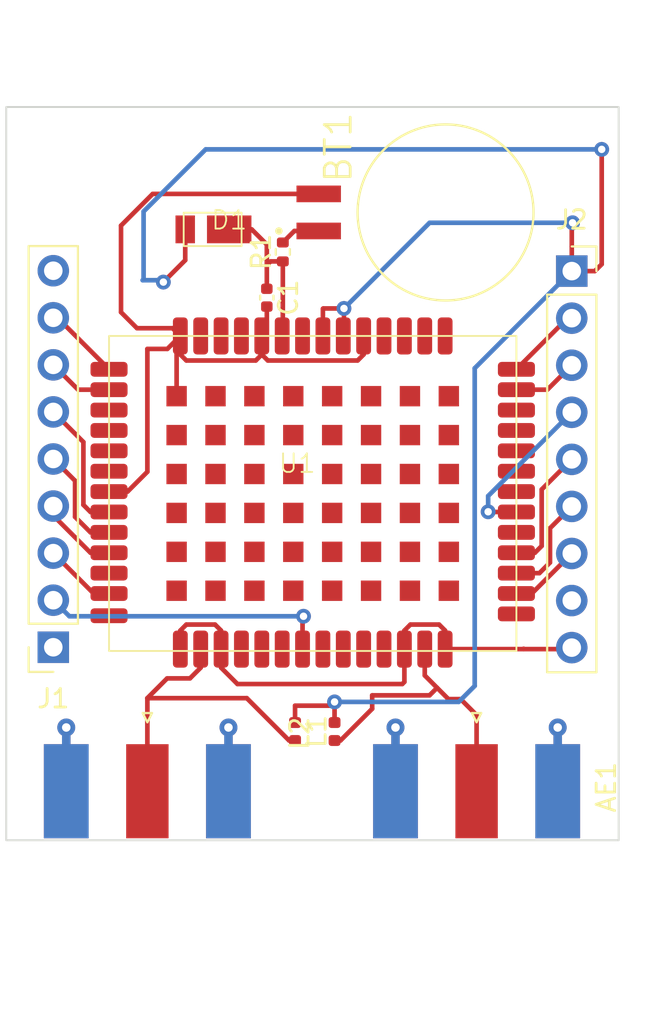
<source format=kicad_pcb>
(kicad_pcb (version 20221018) (generator pcbnew)
  (layers (0 "F.Cu" signal) (31 "B.Cu" signal) (34 "B.Paste" user) (35 "F.Paste" user) (36 "B.SilkS" user "B.Silkscreen") (37 "F.SilkS" user "F.Silkscreen") (38 "B.Mask" user) (39 "F.Mask" user) (44 "Edge.Cuts" user))
  (net 0 "")
  (net 1 "Net-(AE1-A)")
  (net 2 "Net-(AE2-A)")
  (net 3 "Net-(BT1-+)")
  (net 4 "Net-(D1-K)")
  (net 5 "GND")
  (net 6 "+3.3V")
  (net 7 "Net-(J1-Pin_2)")
  (net 8 "Net-(J1-Pin_3)")
  (net 9 "Net-(J1-Pin_4)")
  (net 10 "Net-(J1-Pin_5)")
  (net 11 "Net-(J1-Pin_6)")
  (net 12 "Net-(J1-Pin_7)")
  (net 13 "Net-(J1-Pin_8)")
  (net 14 "Net-(J2-Pin_2)")
  (net 15 "Net-(J2-Pin_3)")
  (net 16 "Net-(J2-Pin_4)")
  (net 17 "Net-(J2-Pin_5)")
  (net 18 "Net-(J2-Pin_6)")
  (net 19 "Net-(J2-Pin_7)")
  (net 20 "unconnected-(J1-Pin_1-Pad1)")
  (footprint "Gps:SMA_Molex_73251-1153_EdgeMount_Horizontal" (layer "F.Cu") (at 121.92 111.05 90)
    (fp_text reference "AE2" hide)
    (fp_text value "Antenna")
    (fp_line (start 2 0) (end 2.5 -0.25) (stroke (width 0.12)) (layer "F.SilkS"))
    (fp_line (start 2.5 -0.25) (end 2.5 0.25) (stroke (width 0.12)) (layer "F.SilkS"))
    (fp_line (start 2.5 0.25) (end 2 0) (stroke (width 0.12)) (layer "F.SilkS"))
    (pad "1" smd rect (at -1.72 0 90) (size 5.08 2.29) (layers "F.Cu" "F.Paste" "F.Mask") (net 2 "Net-(AE2-A)"))
    (pad "2" smd rect (at -1.72 -4.38 90) (size 5.08 2.42) (layers "F.Cu" "F.Paste" "F.Mask"))
    (pad "2" smd rect (at -1.72 -4.38 90) (size 5.08 2.42) (layers "B.Cu" "B.Paste" "B.Mask"))
    (pad "2" smd rect (at -1.72 4.38 90) (size 5.08 2.42) (layers "F.Cu" "F.Paste" "F.Mask"))
    (pad "2" smd rect (at -1.72 4.38 90) (size 5.08 2.42) (layers "B.Cu" "B.Paste" "B.Mask"))
    (pad "2" smd rect (at 1.27 -4.38 90) (size 0.95 0.46) (layers "F.Cu"))
    (pad "2" smd rect (at 1.27 -4.38 90) (size 0.95 0.46) (layers "B.Cu"))
    (pad "2" smd rect (at 1.27 4.38 90) (size 0.95 0.46) (layers "F.Cu"))
    (pad "2" smd rect (at 1.27 4.38 90) (size 0.95 0.46) (layers "B.Cu"))
    (pad "2" thru_hole circle (at 1.72 -4.38 90) (size 0.97 0.97) (drill 0.46) (layers "*.Cu"))
    (pad "2" thru_hole circle (at 1.72 4.38 90) (size 0.97 0.97) (drill 0.46) (layers "*.Cu"))
  )
  (footprint "Inductor_SMD:L_0402_1005Metric" (layer "F.Cu") (at 132.0292 109.5478 -90)
    (fp_text reference "L2" (at 0.1016 1.8868 90) (layer "F.SilkS"))
    (fp_text value "39nH")
    (pad "1" smd roundrect (at -0.485 0 270) (size 0.59 0.64) (layers "F.Cu" "F.Paste" "F.Mask") (net 6 "+3.3V"))
    (pad "2" smd roundrect (at 0.485 0 270) (size 0.59 0.64) (layers "F.Cu" "F.Paste" "F.Mask") (net 1 "Net-(AE1-A)"))
  )
  (footprint "Gps:PX1172RH" (layer "F.Cu") (at 119.85 90)
    (fp_text reference "U1" (at 10.16 5.08 unlocked) (layer "F.SilkS") (effects (font (thickness 0.1))))
    (fp_text value "~")
    (fp_rect (start 0 -1.8) (end 22 15.2) (stroke (width 0.1)) (fill none) (layer "F.SilkS"))
    (pad "1" smd roundrect (at 3.85 15.1 90) (size 2 0.8) (layers "F.Cu" "F.Paste" "F.Mask") (net 5 "GND"))
    (pad "1$" smd rect (at 3.65 1.45) (size 1.1 1.1) (layers "F.Cu" "F.Paste" "F.Mask") (net 5 "GND"))
    (pad "2" smd roundrect (at 4.95 15.1 90) (size 2 0.8) (layers "F.Cu" "F.Paste" "F.Mask") (net 2 "Net-(AE2-A)"))
    (pad "2$" smd rect (at 5.75 1.45) (size 1.1 1.1) (layers "F.Cu" "F.Paste" "F.Mask"))
    (pad "3" smd roundrect (at 6.05 15.1 90) (size 2 0.8) (layers "F.Cu" "F.Paste" "F.Mask") (net 5 "GND"))
    (pad "3$" smd rect (at 7.85 1.45) (size 1.1 1.1) (layers "F.Cu" "F.Paste" "F.Mask"))
    (pad "4" smd roundrect (at 7.15 15.1 90) (size 2 0.8) (layers "F.Cu" "F.Paste" "F.Mask"))
    (pad "4$" smd rect (at 9.95 1.45) (size 1.1 1.1) (layers "F.Cu" "F.Paste" "F.Mask"))
    (pad "5" smd roundrect (at 8.25 15.1 90) (size 2 0.8) (layers "F.Cu" "F.Paste" "F.Mask"))
    (pad "5$" smd rect (at 12.05 1.45) (size 1.1 1.1) (layers "F.Cu" "F.Paste" "F.Mask"))
    (pad "6" smd roundrect (at 9.35 15.1 90) (size 2 0.8) (layers "F.Cu" "F.Paste" "F.Mask"))
    (pad "6$" smd rect (at 14.15 1.45) (size 1.1 1.1) (layers "F.Cu" "F.Paste" "F.Mask"))
    (pad "7" smd roundrect (at 10.45 15.1 90) (size 2 0.8) (layers "F.Cu" "F.Paste" "F.Mask") (net 7 "Net-(J1-Pin_2)"))
    (pad "7$" smd rect (at 16.25 1.45) (size 1.1 1.1) (layers "F.Cu" "F.Paste" "F.Mask"))
    (pad "8" smd roundrect (at 11.55 15.1 90) (size 2 0.8) (layers "F.Cu" "F.Paste" "F.Mask"))
    (pad "8$" smd rect (at 18.35 1.45) (size 1.1 1.1) (layers "F.Cu" "F.Paste" "F.Mask"))
    (pad "9" smd roundrect (at 12.65 15.1 90) (size 2 0.8) (layers "F.Cu" "F.Paste" "F.Mask"))
    (pad "9$" smd rect (at 3.65 3.55) (size 1.1 1.1) (layers "F.Cu" "F.Paste" "F.Mask"))
    (pad "10" smd roundrect (at 13.75 15.1 90) (size 2 0.8) (layers "F.Cu" "F.Paste" "F.Mask"))
    (pad "10$" smd rect (at 5.75 3.55) (size 1.1 1.1) (layers "F.Cu" "F.Paste" "F.Mask"))
    (pad "11" smd roundrect (at 14.85 15.1 90) (size 2 0.8) (layers "F.Cu" "F.Paste" "F.Mask"))
    (pad "11$" smd rect (at 7.85 3.55) (size 1.1 1.1) (layers "F.Cu" "F.Paste" "F.Mask"))
    (pad "12" smd roundrect (at 15.95 15.1 90) (size 2 0.8) (layers "F.Cu" "F.Paste" "F.Mask") (net 5 "GND"))
    (pad "12$" smd rect (at 9.95 3.55) (size 1.1 1.1) (layers "F.Cu" "F.Paste" "F.Mask"))
    (pad "13" smd roundrect (at 17.05 15.1 90) (size 2 0.8) (layers "F.Cu" "F.Paste" "F.Mask") (net 1 "Net-(AE1-A)"))
    (pad "13$" smd rect (at 12.05 3.55) (size 1.1 1.1) (layers "F.Cu" "F.Paste" "F.Mask"))
    (pad "14" smd roundrect (at 18.15 15.1 90) (size 2 0.8) (layers "F.Cu" "F.Paste" "F.Mask") (net 5 "GND"))
    (pad "14$" smd rect (at 14.15 3.55) (size 1.1 1.1) (layers "F.Cu" "F.Paste" "F.Mask"))
    (pad "15" smd roundrect (at 22 13.2) (size 2 0.8) (layers "F.Cu" "F.Paste" "F.Mask"))
    (pad "15$" smd rect (at 16.25 3.55) (size 1.1 1.1) (layers "F.Cu" "F.Paste" "F.Mask"))
    (pad "16" smd roundrect (at 22 12.1) (size 2 0.8) (layers "F.Cu" "F.Paste" "F.Mask") (net 19 "Net-(J2-Pin_7)"))
    (pad "16$" smd rect (at 18.35 3.55) (size 1.1 1.1) (layers "F.Cu" "F.Paste" "F.Mask"))
    (pad "17" smd roundrect (at 22 11) (size 2 0.8) (layers "F.Cu" "F.Paste" "F.Mask") (net 18 "Net-(J2-Pin_6)"))
    (pad "17$" smd rect (at 3.65 5.65) (size 1.1 1.1) (layers "F.Cu" "F.Paste" "F.Mask"))
    (pad "18" smd roundrect (at 22 9.9) (size 2 0.8) (layers "F.Cu" "F.Paste" "F.Mask") (net 17 "Net-(J2-Pin_5)"))
    (pad "18$" smd rect (at 5.75 5.65) (size 1.1 1.1) (layers "F.Cu" "F.Paste" "F.Mask"))
    (pad "19" smd roundrect (at 22 8.8) (size 2 0.8) (layers "F.Cu" "F.Paste" "F.Mask"))
    (pad "19$" smd rect (at 7.85 5.65) (size 1.1 1.1) (layers "F.Cu" "F.Paste" "F.Mask"))
    (pad "20" smd roundrect (at 22 7.7) (size 2 0.8) (layers "F.Cu" "F.Paste" "F.Mask") (net 16 "Net-(J2-Pin_4)"))
    (pad "20$" smd rect (at 9.95 5.65) (size 1.1 1.1) (layers "F.Cu" "F.Paste" "F.Mask"))
    (pad "21" smd roundrect (at 22 6.6) (size 2 0.8) (layers "F.Cu" "F.Paste" "F.Mask"))
    (pad "21$" smd rect (at 12.05 5.65) (size 1.1 1.1) (layers "F.Cu" "F.Paste" "F.Mask"))
    (pad "22" smd roundrect (at 22 5.5) (size 2 0.8) (layers "F.Cu" "F.Paste" "F.Mask"))
    (pad "22$" smd rect (at 14.15 5.65) (size 1.1 1.1) (layers "F.Cu" "F.Paste" "F.Mask"))
    (pad "23" smd roundrect (at 22 4.4) (size 2 0.8) (layers "F.Cu" "F.Paste" "F.Mask"))
    (pad "23$" smd rect (at 16.25 5.65) (size 1.1 1.1) (layers "F.Cu" "F.Paste" "F.Mask"))
    (pad "24" smd roundrect (at 22 3.3) (size 2 0.8) (layers "F.Cu" "F.Paste" "F.Mask"))
    (pad "24$" smd rect (at 18.35 5.65) (size 1.1 1.1) (layers "F.Cu" "F.Paste" "F.Mask"))
    (pad "25" smd roundrect (at 22 2.2) (size 2 0.8) (layers "F.Cu" "F.Mask"))
    (pad "25$" smd rect (at 3.65 7.75) (size 1.1 1.1) (layers "F.Cu" "F.Paste" "F.Mask"))
    (pad "26" smd roundrect (at 22 1.1) (size 2 0.8) (layers "F.Cu" "F.Paste" "F.Mask") (net 15 "Net-(J2-Pin_3)"))
    (pad "26$" smd rect (at 5.75 7.75) (size 1.1 1.1) (layers "F.Cu" "F.Paste" "F.Mask"))
    (pad "27" smd roundrect (at 22 0) (size 2 0.8) (layers "F.Cu" "F.Paste" "F.Mask") (net 14 "Net-(J2-Pin_2)"))
    (pad "27$" smd rect (at 7.85 7.75) (size 1.1 1.1) (layers "F.Cu" "F.Paste" "F.Mask"))
    (pad "28$" smd rect (at 9.95 7.75) (size 1.1 1.1) (layers "F.Cu" "F.Paste" "F.Mask"))
    (pad "29" smd roundrect (at 17.05 -1.8 90) (size 2 0.8) (layers "F.Cu" "F.Paste" "F.Mask"))
    (pad "29" smd roundrect (at 18.15 -1.8 90) (size 2 0.8) (layers "F.Cu" "F.Paste" "F.Mask"))
    (pad "29$" smd rect (at 12.05 7.75) (size 1.1 1.1) (layers "F.Cu" "F.Paste" "F.Mask"))
    (pad "30" smd roundrect (at 15.95 -1.8 90) (size 2 0.8) (layers "F.Cu" "F.Paste" "F.Mask"))
    (pad "30$" smd rect (at 14.15 7.75) (size 1.1 1.1) (layers "F.Cu" "F.Paste" "F.Mask"))
    (pad "31" smd roundrect (at 14.85 -1.8 90) (size 2 0.8) (layers "F.Cu" "F.Paste" "F.Mask"))
    (pad "31$" smd rect (at 16.25 7.75) (size 1.1 1.1) (layers "F.Cu" "F.Paste" "F.Mask"))
    (pad "32" smd roundrect (at 13.75 -1.8 90) (size 2 0.8) (layers "F.Cu" "F.Paste" "F.Mask") (net 5 "GND"))
    (pad "32$" smd rect (at 18.35 7.75) (size 1.1 1.1) (layers "F.Cu" "F.Paste" "F.Mask"))
    (pad "33" smd roundrect (at 12.65 -1.8 90) (size 2 0.8) (layers "F.Cu" "F.Paste" "F.Mask") (net 6 "+3.3V"))
    (pad "33$" smd rect (at 3.65 9.85) (size 1.1 1.1) (layers "F.Cu" "F.Paste" "F.Mask"))
    (pad "34" smd roundrect (at 11.55 -1.8 90) (size 2 0.8) (layers "F.Cu" "F.Paste" "F.Mask") (net 6 "+3.3V"))
    (pad "34$" smd rect (at 5.75 9.85) (size 1.1 1.1) (layers "F.Cu" "F.Paste" "F.Mask"))
    (pad "35" smd roundrect (at 10.45 -1.8 90) (size 2 0.8) (layers "F.Cu" "F.Paste" "F.Mask"))
    (pad "35$" smd rect (at 7.85 9.85) (size 1.1 1.1) (layers "F.Cu" "F.Paste" "F.Mask"))
    (pad "36" smd roundrect (at 9.35 -1.8 90) (size 2 0.8) (layers "F.Cu" "F.Paste" "F.Mask") (net 4 "Net-(D1-K)"))
    (pad "36$" smd rect (at 9.95 9.85) (size 1.1 1.1) (layers "F.Cu" "F.Paste" "F.Mask"))
    (pad "37" smd roundrect (at 8.25 -1.8 90) (size 2 0.8) (layers "F.Cu" "F.Paste" "F.Mask") (net 5 "GND"))
    (pad "37$" smd rect (at 12.05 9.85) (size 1.1 1.1) (layers "F.Cu" "F.Paste" "F.Mask"))
    (pad "38" smd roundrect (at 7.15 -1.8 90) (size 2 0.8) (layers "F.Cu" "F.Paste" "F.Mask"))
    (pad "38$" smd rect (at 14.15 9.85) (size 1.1 1.1) (layers "F.Cu" "F.Paste" "F.Mask"))
    (pad "39" smd roundrect (at 6.05 -1.8 90) (size 2 0.8) (layers "F.Cu" "F.Paste" "F.Mask"))
    (pad "39$" smd rect (at 16.25 9.85) (size 1.1 1.1) (layers "F.Cu" "F.Paste" "F.Mask"))
    (pad "40" smd roundrect (at 4.95 -1.8 90) (size 2 0.8) (layers "F.Cu" "F.Paste" "F.Mask"))
    (pad "40$" smd rect (at 18.35 9.85) (size 1.1 1.1) (layers "F.Cu" "F.Paste" "F.Mask"))
    (pad "41" smd roundrect (at 3.85 -1.8 90) (size 2 0.8) (layers "F.Cu" "F.Paste" "F.Mask") (net 5 "GND"))
    (pad "41$" smd rect (at 3.65 11.95) (size 1.1 1.1) (layers "F.Cu" "F.Paste" "F.Mask"))
    (pad "42" smd roundrect (at 0 0) (size 2 0.8) (layers "F.Cu" "F.Paste" "F.Mask") (net 13 "Net-(J1-Pin_8)"))
    (pad "42$" smd rect (at 5.75 11.95) (size 1.1 1.1) (layers "F.Cu" "F.Paste" "F.Mask"))
    (pad "43" smd roundrect (at 0 1.1) (size 2 0.8) (layers "F.Cu" "F.Paste" "F.Mask") (net 12 "Net-(J1-Pin_7)"))
    (pad "43$" smd rect (at 7.85 11.95) (size 1.1 1.1) (layers "F.Cu" "F.Paste" "F.Mask"))
    (pad "44" smd roundrect (at 0 2.2) (size 2 0.8) (layers "F.Cu" "F.Paste" "F.Mask"))
    (pad "44$" smd rect (at 9.95 11.95) (size 1.1 1.1) (layers "F.Cu" "F.Paste" "F.Mask"))
    (pad "45" smd roundrect (at 0 3.3) (size 2 0.8) (layers "F.Cu" "F.Paste" "F.Mask"))
    (pad "45$" smd rect (at 12.05 11.95) (size 1.1 1.1) (layers "F.Cu" "F.Paste" "F.Mask"))
    (pad "46" smd roundrect (at 0 4.4) (size 2 0.8) (layers "F.Cu" "F.Paste" "F.Mask"))
    (pad "46$" smd rect (at 14.15 11.95) (size 1.1 1.1) (layers "F.Cu" "F.Paste" "F.Mask"))
    (pad "47" smd roundrect (at 0 5.5) (size 2 0.8) (layers "F.Cu" "F.Paste" "F.Mask"))
    (pad "47$" smd rect (at 16.25 11.95) (size 1.1 1.1) (layers "F.Cu" "F.Paste" "F.Mask"))
    (pad "48" smd roundrect (at 0 6.6) (size 2 0.8) (layers "F.Cu" "F.Paste" "F.Mask") (net 5 "GND"))
    (pad "48$" smd rect (at 18.35 11.95) (size 1.1 1.1) (layers "F.Cu" "F.Paste" "F.Mask"))
    (pad "49" smd roundrect (at 0 7.7) (size 2 0.8) (layers "F.Cu" "F.Paste" "F.Mask") (net 11 "Net-(J1-Pin_6)"))
    (pad "50" smd roundrect (at 0 8.8) (size 2 0.8) (layers "F.Cu" "F.Paste" "F.Mask") (net 10 "Net-(J1-Pin_5)"))
    (pad "51" smd roundrect (at 0 9.9) (size 2 0.8) (layers "F.Cu" "F.Paste" "F.Mask") (net 9 "Net-(J1-Pin_4)"))
    (pad "52" smd roundrect (at 0 11) (size 2 0.8) (layers "F.Cu" "F.Paste" "F.Mask"))
    (pad "53" smd roundrect (at 0 12.1) (size 2 0.8) (layers "F.Cu" "F.Paste" "F.Mask") (net 8 "Net-(J1-Pin_3)"))
    (pad "54" smd roundrect (at 0 13.3) (size 2 0.8) (layers "F.Cu" "F.Paste" "F.Mask"))
  )
  (footprint "Gps:R_0402_1005Metric" (layer "F.Cu") (at 129.2352 83.6656 90)
    (fp_text reference "R1" (at 0 -1.17 90) (layer "F.SilkS"))
    (fp_text value "390")
    (fp_line (start -0.153641 -0.38) (end 0.153641 -0.38) (stroke (width 0.12)) (layer "F.SilkS"))
    (fp_line (start -0.153641 0.38) (end 0.153641 0.38) (stroke (width 0.12)) (layer "F.SilkS"))
    (pad "1" smd roundrect (at -0.51 0 90) (size 0.54 0.64) (layers "F.Cu" "F.Paste" "F.Mask") (net 4 "Net-(D1-K)"))
    (pad "2" smd roundrect (at 0.51 0 90) (size 0.54 0.64) (layers "F.Cu" "F.Paste" "F.Mask") (net 3 "Net-(BT1-+)"))
  )
  (footprint "Gps:DFLS130L" (layer "F.Cu") (at 126.3396 82.4484)
    (fp_text reference "D1" (at 0 -0.5 unlocked) (layer "F.SilkS") (effects (font (thickness 0.1))))
    (fp_text value "D")
    (fp_rect (start -2.458035 -0.9) (end 0.668337 0.9) (stroke (width 0.1)) (fill none) (layer "F.SilkS"))
    (pad "1" smd rect (at 0 0) (size 2.4 1.5) (layers "F.Cu" "F.Paste" "F.Mask" "Dwgs.User") (net 4 "Net-(D1-K)"))
    (pad "2" smd rect (at -2.375 0) (size 1.05 1.5) (layers "F.Cu" "F.Paste" "F.Mask") (net 6 "+3.3V"))
  )
  (footprint "Gps:C_0402_1005Metric" (layer "F.Cu") (at 128.3716 86.134 -90)
    (fp_text reference "C1" (at 0 -1.16 90) (layer "F.SilkS"))
    (fp_text value "1nF")
    (fp_line (start -0.107836 -0.36) (end 0.107836 -0.36) (stroke (width 0.12)) (layer "F.SilkS"))
    (fp_line (start -0.107836 0.36) (end 0.107836 0.36) (stroke (width 0.12)) (layer "F.SilkS"))
    (pad "1" smd roundrect (at -0.48 0 270) (size 0.56 0.62) (layers "F.Cu" "F.Paste" "F.Mask") (net 4 "Net-(D1-K)"))
    (pad "2" smd roundrect (at 0.48 0 270) (size 0.56 0.62) (layers "F.Cu" "F.Paste" "F.Mask") (net 5 "GND"))
  )
  (footprint "Gps:PinSocket_1x09_P2.54mm_Vertical" (layer "F.Cu") (at 144.84 84.7)
    (fp_text reference "J2" (at 0 -2.77) (layer "F.SilkS"))
    (fp_text value "Conn_01x09")
    (fp_line (start -1.33 1.27) (end -1.33 21.65) (stroke (width 0.12)) (layer "F.SilkS"))
    (fp_line (start -1.33 1.27) (end 1.33 1.27) (stroke (width 0.12)) (layer "F.SilkS"))
    (fp_line (start -1.33 21.65) (end 1.33 21.65) (stroke (width 0.12)) (layer "F.SilkS"))
    (fp_line (start 0 -1.33) (end 1.33 -1.33) (stroke (width 0.12)) (layer "F.SilkS"))
    (fp_line (start 1.33 -1.33) (end 1.33 0) (stroke (width 0.12)) (layer "F.SilkS"))
    (fp_line (start 1.33 1.27) (end 1.33 21.65) (stroke (width 0.12)) (layer "F.SilkS"))
    (pad "1" thru_hole rect (at 0 0) (size 1.7 1.7) (drill 1) (layers "*.Cu" "*.Mask") (net 6 "+3.3V"))
    (pad "2" thru_hole oval (at 0 2.54) (size 1.7 1.7) (drill 1) (layers "*.Cu" "*.Mask") (net 14 "Net-(J2-Pin_2)"))
    (pad "3" thru_hole oval (at 0 5.08) (size 1.7 1.7) (drill 1) (layers "*.Cu" "*.Mask") (net 15 "Net-(J2-Pin_3)"))
    (pad "4" thru_hole oval (at 0 7.62) (size 1.7 1.7) (drill 1) (layers "*.Cu" "*.Mask") (net 16 "Net-(J2-Pin_4)"))
    (pad "5" thru_hole oval (at 0 10.16) (size 1.7 1.7) (drill 1) (layers "*.Cu" "*.Mask") (net 17 "Net-(J2-Pin_5)"))
    (pad "6" thru_hole oval (at 0 12.7) (size 1.7 1.7) (drill 1) (layers "*.Cu" "*.Mask") (net 18 "Net-(J2-Pin_6)"))
    (pad "7" thru_hole oval (at 0 15.24) (size 1.7 1.7) (drill 1) (layers "*.Cu" "*.Mask") (net 19 "Net-(J2-Pin_7)"))
    (pad "8" thru_hole oval (at 0 17.78) (size 1.7 1.7) (drill 1) (layers "*.Cu" "*.Mask"))
    (pad "9" thru_hole oval (at 0 20.32) (size 1.7 1.7) (drill 1) (layers "*.Cu" "*.Mask") (net 5 "GND"))
  )
  (footprint "Gps:PinSocket_1x09_P2.54mm_Vertical" (layer "F.Cu") (at 116.84 105 180)
    (fp_text reference "J1" (at 0 -2.77) (layer "F.SilkS"))
    (fp_text value "Conn_01x09" hide)
    (fp_line (start -1.33 1.27) (end -1.33 21.65) (stroke (width 0.12)) (layer "F.SilkS"))
    (fp_line (start -1.33 1.27) (end 1.33 1.27) (stroke (width 0.12)) (layer "F.SilkS"))
    (fp_line (start -1.33 21.65) (end 1.33 21.65) (stroke (width 0.12)) (layer "F.SilkS"))
    (fp_line (start 0 -1.33) (end 1.33 -1.33) (stroke (width 0.12)) (layer "F.SilkS"))
    (fp_line (start 1.33 -1.33) (end 1.33 0) (stroke (width 0.12)) (layer "F.SilkS"))
    (fp_line (start 1.33 1.27) (end 1.33 21.65) (stroke (width 0.12)) (layer "F.SilkS"))
    (pad "1" thru_hole rect (at 0 0 180) (size 1.7 1.7) (drill 1) (layers "*.Cu" "*.Mask") (net 20 "unconnected-(J1-Pin_1-Pad1)"))
    (pad "2" thru_hole oval (at 0 2.54 180) (size 1.7 1.7) (drill 1) (layers "*.Cu" "*.Mask") (net 7 "Net-(J1-Pin_2)"))
    (pad "3" thru_hole oval (at 0 5.08 180) (size 1.7 1.7) (drill 1) (layers "*.Cu" "*.Mask") (net 8 "Net-(J1-Pin_3)"))
    (pad "4" thru_hole oval (at 0 7.62 180) (size 1.7 1.7) (drill 1) (layers "*.Cu" "*.Mask") (net 9 "Net-(J1-Pin_4)"))
    (pad "5" thru_hole oval (at 0 10.16 180) (size 1.7 1.7) (drill 1) (layers "*.Cu" "*.Mask") (net 10 "Net-(J1-Pin_5)"))
    (pad "6" thru_hole oval (at 0 12.7 180) (size 1.7 1.7) (drill 1) (layers "*.Cu" "*.Mask") (net 11 "Net-(J1-Pin_6)"))
    (pad "7" thru_hole oval (at 0 15.24 180) (size 1.7 1.7) (drill 1) (layers "*.Cu" "*.Mask") (net 12 "Net-(J1-Pin_7)"))
    (pad "8" thru_hole oval (at 0 17.78 180) (size 1.7 1.7) (drill 1) (layers "*.Cu" "*.Mask") (net 13 "Net-(J1-Pin_8)"))
    (pad "9" thru_hole oval (at 0 20.32 180) (size 1.7 1.7) (drill 1) (layers "*.Cu" "*.Mask"))
  )
  (footprint "Inductor_SMD:L_0402_1005Metric" (layer "F.Cu") (at 129.8956 109.5478 -90)
    (fp_text reference "L1" (at 0 -1.17 90) (layer "F.SilkS"))
    (fp_text value "39nH")
    (pad "1" smd roundrect (at -0.485 0 270) (size 0.59 0.64) (layers "F.Cu" "F.Paste" "F.Mask") (net 6 "+3.3V"))
    (pad "2" smd roundrect (at 0.485 0 270) (size 0.59 0.64) (layers "F.Cu" "F.Paste" "F.Mask") (net 2 "Net-(AE2-A)"))
  )
  (footprint "Gps:SMA_Molex_73251-1153_EdgeMount_Horizontal" (layer "F.Cu") (at 139.7 111.05 90)
    (fp_text reference "AE1" (at -1.5 7 90) (layer "F.SilkS"))
    (fp_text value "Antenna")
    (fp_line (start 2 0) (end 2.5 -0.25) (stroke (width 0.12)) (layer "F.SilkS"))
    (fp_line (start 2.5 -0.25) (end 2.5 0.25) (stroke (width 0.12)) (layer "F.SilkS"))
    (fp_line (start 2.5 0.25) (end 2 0) (stroke (width 0.12)) (layer "F.SilkS"))
    (pad "1" smd rect (at -1.72 0 90) (size 5.08 2.29) (layers "F.Cu" "F.Paste" "F.Mask") (net 1 "Net-(AE1-A)"))
    (pad "2" smd rect (at -1.72 -4.38 90) (size 5.08 2.42) (layers "F.Cu" "F.Paste" "F.Mask"))
    (pad "2" smd rect (at -1.72 -4.38 90) (size 5.08 2.42) (layers "B.Cu" "B.Paste" "B.Mask"))
    (pad "2" smd rect (at -1.72 4.38 90) (size 5.08 2.42) (layers "F.Cu" "F.Paste" "F.Mask"))
    (pad "2" smd rect (at -1.72 4.38 90) (size 5.08 2.42) (layers "B.Cu" "B.Paste" "B.Mask"))
    (pad "2" smd rect (at 1.27 -4.38 90) (size 0.95 0.46) (layers "F.Cu"))
    (pad "2" smd rect (at 1.27 -4.38 90) (size 0.95 0.46) (layers "B.Cu"))
    (pad "2" smd rect (at 1.27 4.38 90) (size 0.95 0.46) (layers "F.Cu"))
    (pad "2" smd rect (at 1.27 4.38 90) (size 0.95 0.46) (layers "B.Cu"))
    (pad "2" thru_hole circle (at 1.72 -4.38 90) (size 0.97 0.97) (drill 0.46) (layers "*.Cu"))
    (pad "2" thru_hole circle (at 1.72 4.38 90) (size 0.97 0.97) (drill 0.46) (layers "*.Cu"))
  )
  (footprint "Gps:BAT_MS920SE-FL27E" (layer "F.Cu") (at 138.0236 81.534 90)
    (fp_text reference "BT1" (at 3.5052 -5.7912 90) (layer "F.SilkS") (effects (font (size 1.4 1.4))))
    (fp_text value "3V")
    (fp_circle (center -1 -9) (end -0.9 -9) (stroke (width 0.2)) (fill none) (layer "F.SilkS"))
    (fp_circle (center 0 0) (end 4.75 0) (stroke (width 0.127)) (fill none) (layer "F.SilkS"))
    (pad "N" smd rect (at 1 -6.85 180) (size 2.4 0.9) (layers "F.Cu" "F.Paste" "F.Mask") (net 5 "GND"))
    (pad "P" smd rect (at -1 -6.85 180) (size 2.4 0.9) (layers "F.Cu" "F.Paste" "F.Mask") (net 3 "Net-(BT1-+)"))
  )
  (gr_rect (start 114.3 75.8444) (end 147.3708 115.4176) (stroke (width 0.1)) (fill none) (layer "Edge.Cuts"))
  (segment (start 138.8364 107.7976) (end 139.7 108.6612) (width 0.25) (layer "F.Cu") (net 1))
  (segment (start 136.9 105.1) (end 136.9 106.5216) (width 0.25) (layer "F.Cu") (net 1))
  (segment (start 139.7 108.6612) (end 139.7 112.77) (width 0.25) (layer "F.Cu") (net 1))
  (segment (start 137.5664 107.188) (end 138.176 107.7976) (width 0.25) (layer "F.Cu") (net 1))
  (segment (start 134.0612 107.5944) (end 137.16 107.5944) (width 0.25) (layer "F.Cu") (net 1))
  (segment (start 132.349199 110.0328) (end 134.0612 108.320799) (width 0.25) (layer "F.Cu") (net 1))
  (segment (start 137.16 107.5944) (end 137.5664 107.188) (width 0.25) (layer "F.Cu") (net 1))
  (segment (start 134.0612 108.320799) (end 134.0612 107.5944) (width 0.25) (layer "F.Cu") (net 1))
  (segment (start 138.176 107.7976) (end 138.8364 107.7976) (width 0.25) (layer "F.Cu") (net 1))
  (segment (start 132.0292 110.0328) (end 132.349199 110.0328) (width 0.25) (layer "F.Cu") (net 1))
  (segment (start 136.9 106.5216) (end 137.5664 107.188) (width 0.25) (layer "F.Cu") (net 1))
  (segment (start 129.575601 110.0328) (end 127.289601 107.7468) (width 0.25) (layer "F.Cu") (net 2))
  (segment (start 124.22 106.68) (end 122.9868 106.68) (width 0.25) (layer "F.Cu") (net 2))
  (segment (start 122.9868 106.68) (end 121.92 107.7468) (width 0.25) (layer "F.Cu") (net 2))
  (segment (start 127.289601 107.7468) (end 121.92 107.7468) (width 0.25) (layer "F.Cu") (net 2))
  (segment (start 129.8956 110.0328) (end 129.575601 110.0328) (width 0.25) (layer "F.Cu") (net 2))
  (segment (start 124.8 106.1) (end 124.22 106.68) (width 0.25) (layer "F.Cu") (net 2))
  (segment (start 124.8 105.1) (end 124.8 106.1) (width 0.25) (layer "F.Cu") (net 2))
  (segment (start 121.92 107.7468) (end 121.92 112.77) (width 0.25) (layer "F.Cu") (net 2))
  (segment (start 131.1736 82.534) (end 129.8568 82.534) (width 0.25) (layer "F.Cu") (net 3))
  (segment (start 129.8568 82.534) (end 129.2352 83.1556) (width 0.25) (layer "F.Cu") (net 3))
  (segment (start 128.5748 84.1756) (end 128.3716 84.3788) (width 0.25) (layer "F.Cu") (net 4))
  (segment (start 129.1336 84.2772) (end 129.2352 84.1756) (width 0.25) (layer "F.Cu") (net 4))
  (segment (start 128.3716 85.654) (end 128.3716 84.3788) (width 0.25) (layer "F.Cu") (net 4))
  (segment (start 128.3716 83.26628) (end 128.3716 84.3788) (width 0.25) (layer "F.Cu") (net 4))
  (segment (start 129.2352 88.1648) (end 129.2 88.2) (width 0.25) (layer "F.Cu") (net 4))
  (segment (start 129.2352 84.1756) (end 128.5748 84.1756) (width 0.25) (layer "F.Cu") (net 4))
  (segment (start 127.55372 82.4484) (end 128.3716 83.26628) (width 0.25) (layer "F.Cu") (net 4))
  (segment (start 129.2352 84.1756) (end 129.2352 88.1648) (width 0.25) (layer "F.Cu") (net 4))
  (segment (start 126.3396 82.4484) (end 127.55372 82.4484) (width 0.25) (layer "F.Cu") (net 4))
  (segment (start 137.675 103.775) (end 136.125 103.775) (width 0.25) (layer "F.Cu") (net 5))
  (segment (start 135.6868 106.9848) (end 135.8 106.8716) (width 0.25) (layer "F.Cu") (net 5))
  (segment (start 138 104.1) (end 137.675 103.775) (width 0.25) (layer "F.Cu") (net 5))
  (segment (start 126.7848 106.9848) (end 135.6868 106.9848) (width 0.25) (layer "F.Cu") (net 5))
  (segment (start 123.7 105.1) (end 123.7 104.1) (width 0.25) (layer "F.Cu") (net 5))
  (segment (start 142.24 105.1) (end 142.24 105.08) (width 0.25) (layer "F.Cu") (net 5))
  (segment (start 128.1 89.2) (end 128.425 89.525) (width 0.25) (layer "F.Cu") (net 5))
  (segment (start 131.1736 80.534) (end 122.2088 80.534) (width 0.25) (layer "F.Cu") (net 5))
  (segment (start 128.1 89.2) (end 127.775 89.525) (width 0.25) (layer "F.Cu") (net 5))
  (segment (start 123.7 104.1) (end 124.025 103.775) (width 0.25) (layer "F.Cu") (net 5))
  (segment (start 128.3716 86.614) (end 128.3716 87.9284) (width 0.25) (layer "F.Cu") (net 5))
  (segment (start 135.8 105.1) (end 135.8 104.1) (width 0.25) (layer "F.Cu") (net 5))
  (segment (start 127.775 89.525) (end 124.025 89.525) (width 0.25) (layer "F.Cu") (net 5))
  (segment (start 144.76 105.1) (end 144.84 105.02) (width 0.25) (layer "F.Cu") (net 5))
  (segment (start 123.2824 87.7824) (end 123.7 88.2) (width 0.25) (layer "F.Cu") (net 5))
  (segment (start 128.425 89.525) (end 133.275 89.525) (width 0.25) (layer "F.Cu") (net 5))
  (segment (start 120.4976 86.9188) (end 121.3612 87.7824) (width 0.25) (layer "F.Cu") (net 5))
  (segment (start 124.025 89.525) (end 123.7 89.2) (width 0.25) (layer "F.Cu") (net 5))
  (segment (start 121.92 88.9) (end 123 88.9) (width 0.25) (layer "F.Cu") (net 5))
  (segment (start 125.575 103.775) (end 125.9 104.1) (width 0.25) (layer "F.Cu") (net 5))
  (segment (start 123.5 88.4) (end 123.7 88.2) (width 0.25) (layer "F.Cu") (net 5))
  (segment (start 138 105.1) (end 138 104.1) (width 0.25) (layer "F.Cu") (net 5))
  (segment (start 135.8 106.8716) (end 135.8 105.1) (width 0.25) (layer "F.Cu") (net 5))
  (segment (start 121.3612 87.7824) (end 123.2824 87.7824) (width 0.25) (layer "F.Cu") (net 5))
  (segment (start 119.85 96.6) (end 120.85 96.6) (width 0.25) (layer "F.Cu") (net 5))
  (segment (start 122.2088 80.534) (end 120.4976 82.2452) (width 0.25) (layer "F.Cu") (net 5))
  (segment (start 125.9 105.1) (end 125.9 106.1) (width 0.25) (layer "F.Cu") (net 5))
  (segment (start 128.3716 87.9284) (end 128.1 88.2) (width 0.25) (layer "F.Cu") (net 5))
  (segment (start 123.5 91.45) (end 123.5 88.4) (width 0.25) (layer "F.Cu") (net 5))
  (segment (start 133.275 89.525) (end 133.6 89.2) (width 0.25) (layer "F.Cu") (net 5))
  (segment (start 133.6 89.2) (end 133.6 88.2) (width 0.25) (layer "F.Cu") (net 5))
  (segment (start 120.4976 82.2452) (end 120.4976 86.9188) (width 0.25) (layer "F.Cu") (net 5))
  (segment (start 123 88.9) (end 123.7 88.2) (width 0.25) (layer "F.Cu") (net 5))
  (segment (start 138 105.1) (end 142.24 105.1) (width 0.25) (layer "F.Cu") (net 5))
  (segment (start 128.1 88.2) (end 128.1 89.2) (width 0.25) (layer "F.Cu") (net 5))
  (segment (start 121.92 95.53) (end 121.92 88.9) (width 0.25) (layer "F.Cu") (net 5))
  (segment (start 142.24 105.1) (end 144.76 105.1) (width 0.25) (layer "F.Cu") (net 5))
  (segment (start 120.85 96.6) (end 121.92 95.53) (width 0.25) (layer "F.Cu") (net 5))
  (segment (start 125.9 104.1) (end 125.9 105.1) (width 0.25) (layer "F.Cu") (net 5))
  (segment (start 123.7 89.2) (end 123.7 88.2) (width 0.25) (layer "F.Cu") (net 5))
  (segment (start 136.125 103.775) (end 135.8 104.1) (width 0.25) (layer "F.Cu") (net 5))
  (segment (start 124.025 103.775) (end 125.575 103.775) (width 0.25) (layer "F.Cu") (net 5))
  (segment (start 125.9 106.1) (end 126.7848 106.9848) (width 0.25) (layer "F.Cu") (net 5))
  (segment (start 132.5372 86.7156) (end 131.4196 86.7156) (width 0.25) (layer "F.Cu") (net 6))
  (segment (start 144.84 84.7) (end 144.84 82.1344) (width 0.25) (layer "F.Cu") (net 6))
  (segment (start 129.8956 108.1532) (end 131.826 108.1532) (width 0.25) (layer "F.Cu") (net 6))
  (segment (start 129.8956 109.0628) (end 129.8956 108.1532) (width 0.25) (layer "F.Cu") (net 6))
  (segment (start 131.4 86.7352) (end 131.4 88.2) (width 0.25) (layer "F.Cu") (net 6))
  (segment (start 144.84 84.7) (end 146.0844 84.7) (width 0.25) (layer "F.Cu") (net 6))
  (segment (start 131.4196 86.7156) (end 131.4 86.7352) (width 0.25) (layer "F.Cu") (net 6))
  (segment (start 132.0292 109.0628) (end 132.0292 107.95) (width 0.25) (layer "F.Cu") (net 6))
  (segment (start 131.826 108.1532) (end 132.0292 107.95) (width 0.25) (layer "F.Cu") (net 6))
  (segment (start 132.5372 88.1628) (end 132.5 88.2) (width 0.25) (layer "F.Cu") (net 6))
  (segment (start 146.0844 84.7) (end 146.4564 84.328) (width 0.25) (layer "F.Cu") (net 6))
  (segment (start 132.5372 86.7156) (end 132.5372 88.1628) (width 0.25) (layer "F.Cu") (net 6))
  (segment (start 146.4564 84.328) (end 146.4564 78.1304) (width 0.25) (layer "F.Cu") (net 6))
  (segment (start 144.84 82.1344) (end 144.8816 82.0928) (width 0.25) (layer "F.Cu") (net 6))
  (segment (start 123.9646 84.1122) (end 122.7836 85.2932) (width 0.25) (layer "F.Cu") (net 6))
  (segment (start 123.9646 82.4484) (end 123.9646 84.1122) (width 0.25) (layer "F.Cu") (net 6))
  (via (at 144.8816 82.0928) (size 0.8) (drill 0.4) (layers "F.Cu" "B.Cu") (net 6))
  (via (at 122.7836 85.2932) (size 0.8) (drill 0.4) (layers "F.Cu" "B.Cu") (net 6))
  (via (at 146.4564 78.1304) (size 0.8) (drill 0.4) (layers "F.Cu" "B.Cu") (net 6))
  (via (at 132.0292 107.95) (size 0.8) (drill 0.4) (layers "F.Cu" "B.Cu") (net 6))
  (via (at 132.5372 86.7156) (size 0.8) (drill 0.4) (layers "F.Cu" "B.Cu") (net 6))
  (segment (start 125.0696 78.1304) (end 121.7168 81.4832) (width 0.25) (layer "B.Cu") (net 6))
  (segment (start 138.7348 107.95) (end 139.5984 107.0864) (width 0.25) (layer "B.Cu") (net 6))
  (segment (start 132.0292 107.95) (end 138.7348 107.95) (width 0.25) (layer "B.Cu") (net 6))
  (segment (start 121.7168 85.1408) (end 121.666 85.1916) (width 0.25) (layer "B.Cu") (net 6))
  (segment (start 121.7168 81.4832) (end 121.7168 85.1408) (width 0.25) (layer "B.Cu") (net 6))
  (segment (start 121.666 85.1916) (end 122.682 85.1916) (width 0.25) (layer "B.Cu") (net 6))
  (segment (start 137.16 82.0928) (end 132.5372 86.7156) (width 0.25) (layer "B.Cu") (net 6))
  (segment (start 139.5984 107.0864) (end 139.5984 89.9416) (width 0.25) (layer "B.Cu") (net 6))
  (segment (start 139.5984 89.9416) (end 144.84 84.7) (width 0.25) (layer "B.Cu") (net 6))
  (segment (start 122.682 85.1916) (end 122.7836 85.2932) (width 0.25) (layer "B.Cu") (net 6))
  (segment (start 146.4564 78.1304) (end 125.0696 78.1304) (width 0.25) (layer "B.Cu") (net 6))
  (segment (start 144.8816 82.0928) (end 137.16 82.0928) (width 0.25) (layer "B.Cu") (net 6))
  (segment (start 130.3 105.1) (end 130.3 103.38) (width 0.25) (layer "F.Cu") (net 7))
  (segment (start 130.3 103.38) (end 130.3528 103.3272) (width 0.25) (layer "F.Cu") (net 7))
  (via (at 130.3528 103.3272) (size 0.8) (drill 0.4) (layers "F.Cu" "B.Cu") (net 7))
  (segment (start 117.7072 103.3272) (end 116.84 102.46) (width 0.25) (layer "B.Cu") (net 7))
  (segment (start 130.3528 103.3272) (end 117.7072 103.3272) (width 0.25) (layer "B.Cu") (net 7))
  (segment (start 119.85 102.1) (end 119.02 102.1) (width 0.25) (layer "F.Cu") (net 8))
  (segment (start 119.02 102.1) (end 116.84 99.92) (width 0.25) (layer "F.Cu") (net 8))
  (segment (start 118.85 99.9) (end 116.84 97.89) (width 0.25) (layer "F.Cu") (net 9))
  (segment (start 119.85 99.9) (end 118.85 99.9) (width 0.25) (layer "F.Cu") (net 9))
  (segment (start 116.84 97.89) (end 116.84 97.38) (width 0.25) (layer "F.Cu") (net 9))
  (segment (start 118.015 96.015) (end 116.84 94.84) (width 0.25) (layer "F.Cu") (net 10))
  (segment (start 118.015 97.965) (end 118.015 96.015) (width 0.25) (layer "F.Cu") (net 10))
  (segment (start 119.85 98.8) (end 118.85 98.8) (width 0.25) (layer "F.Cu") (net 10))
  (segment (start 118.85 98.8) (end 118.015 97.965) (width 0.25) (layer "F.Cu") (net 10))
  (segment (start 119.85 97.7) (end 118.85 97.7) (width 0.25) (layer "F.Cu") (net 11))
  (segment (start 118.85 97.7) (end 118.465 97.315) (width 0.25) (layer "F.Cu") (net 11))
  (segment (start 118.465 93.925) (end 116.84 92.3) (width 0.25) (layer "F.Cu") (net 11))
  (segment (start 118.465 97.315) (end 118.465 93.925) (width 0.25) (layer "F.Cu") (net 11))
  (segment (start 119.85 91.1) (end 118.18 91.1) (width 0.25) (layer "F.Cu") (net 12))
  (segment (start 118.18 91.1) (end 116.84 89.76) (width 0.25) (layer "F.Cu") (net 12))
  (segment (start 119.85 90) (end 117.07 87.22) (width 0.25) (layer "F.Cu") (net 13))
  (segment (start 117.07 87.22) (end 116.84 87.22) (width 0.25) (layer "F.Cu") (net 13))
  (segment (start 141.85 90) (end 144.61 87.24) (width 0.25) (layer "F.Cu") (net 14))
  (segment (start 144.61 87.24) (end 144.84 87.24) (width 0.25) (layer "F.Cu") (net 14))
  (segment (start 143.52 91.1) (end 144.84 89.78) (width 0.25) (layer "F.Cu") (net 15))
  (segment (start 141.85 91.1) (end 143.52 91.1) (width 0.25) (layer "F.Cu") (net 15))
  (segment (start 140.335 97.7) (end 140.3234 97.6884) (width 0.25) (layer "F.Cu") (net 16))
  (segment (start 141.85 97.7) (end 140.335 97.7) (width 0.25) (layer "F.Cu") (net 16))
  (via (at 140.3234 97.6884) (size 0.8) (drill 0.4) (layers "F.Cu" "B.Cu") (net 16))
  (segment (start 140.3234 97.6884) (end 140.3234 96.8366) (width 0.25) (layer "B.Cu") (net 16))
  (segment (start 140.3234 96.8366) (end 144.84 92.32) (width 0.25) (layer "B.Cu") (net 16))
  (segment (start 143.215 99.535) (end 143.215 96.485) (width 0.25) (layer "F.Cu") (net 17))
  (segment (start 143.215 96.485) (end 144.84 94.86) (width 0.25) (layer "F.Cu") (net 17))
  (segment (start 142.85 99.9) (end 143.215 99.535) (width 0.25) (layer "F.Cu") (net 17))
  (segment (start 141.85 99.9) (end 142.85 99.9) (width 0.25) (layer "F.Cu") (net 17))
  (segment (start 141.85 101) (end 143.091701 101) (width 0.25) (layer "F.Cu") (net 18))
  (segment (start 143.091701 101) (end 143.665 100.426701) (width 0.25) (layer "F.Cu") (net 18))
  (segment (start 143.665 100.426701) (end 143.665 98.575) (width 0.25) (layer "F.Cu") (net 18))
  (segment (start 143.665 98.575) (end 144.84 97.4) (width 0.25) (layer "F.Cu") (net 18))
  (segment (start 142.68 102.1) (end 144.84 99.94) (width 0.25) (layer "F.Cu") (net 19))
  (segment (start 141.85 102.1) (end 142.68 102.1) (width 0.25) (layer "F.Cu") (net 19))
  (segment (start 116.94 105.1) (end 116.84 105) (width 0.25) (layer "F.Cu") (net 20))
)
</source>
